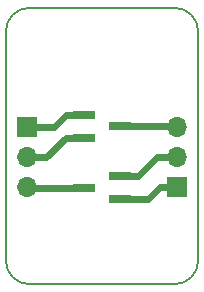
<source format=gbr>
G04 #@! TF.GenerationSoftware,KiCad,Pcbnew,5.1.4-e60b266~84~ubuntu19.04.1*
G04 #@! TF.CreationDate,2019-08-10T10:36:48+03:00*
G04 #@! TF.ProjectId,BRK-SOT-23-3,42524b2d-534f-4542-9d32-332d332e6b69,v1.1*
G04 #@! TF.SameCoordinates,Original*
G04 #@! TF.FileFunction,Copper,L1,Top*
G04 #@! TF.FilePolarity,Positive*
%FSLAX46Y46*%
G04 Gerber Fmt 4.6, Leading zero omitted, Abs format (unit mm)*
G04 Created by KiCad (PCBNEW 5.1.4-e60b266~84~ubuntu19.04.1) date 2019-08-10 10:36:48*
%MOMM*%
%LPD*%
G04 APERTURE LIST*
%ADD10C,0.150000*%
%ADD11O,1.700000X1.700000*%
%ADD12R,1.700000X1.700000*%
%ADD13R,1.900000X0.800000*%
%ADD14C,0.600000*%
G04 APERTURE END LIST*
D10*
X67300000Y-71400000D02*
G75*
G02X65300000Y-73400000I-2000000J0D01*
G01*
X53000000Y-73400000D02*
G75*
G02X51000000Y-71400000I0J2000000D01*
G01*
X65300000Y-50000000D02*
G75*
G02X67300000Y-52000000I0J-2000000D01*
G01*
X51000000Y-52000000D02*
G75*
G02X53000000Y-50000000I2000000J0D01*
G01*
X65300000Y-73400000D02*
X53000000Y-73400000D01*
X67300000Y-52000000D02*
X67300000Y-71400000D01*
X53000000Y-50000000D02*
X65300000Y-50000000D01*
X51000000Y-71400000D02*
X51000000Y-52000000D01*
D11*
X65500000Y-60100000D03*
X65500000Y-62640000D03*
D12*
X65500000Y-65180000D03*
D11*
X52800000Y-65180000D03*
X52800000Y-62640000D03*
D12*
X52800000Y-60100000D03*
D13*
X57650000Y-65230000D03*
X60650000Y-64280000D03*
X60650000Y-66180000D03*
X60650000Y-60050000D03*
X57650000Y-61000000D03*
X57650000Y-59100000D03*
D14*
X56100000Y-59100000D02*
X55100000Y-60100000D01*
X57650000Y-59100000D02*
X56100000Y-59100000D01*
X55100000Y-60100000D02*
X52800000Y-60100000D01*
X56100000Y-61000000D02*
X54450000Y-62650000D01*
X57650000Y-61000000D02*
X56100000Y-61000000D01*
X54440000Y-62640000D02*
X52800000Y-62640000D01*
X54450000Y-62650000D02*
X54440000Y-62640000D01*
X65450000Y-60050000D02*
X65500000Y-60100000D01*
X60650000Y-60050000D02*
X65450000Y-60050000D01*
X52850000Y-65230000D02*
X52800000Y-65180000D01*
X57650000Y-65230000D02*
X52850000Y-65230000D01*
X63840000Y-62640000D02*
X65500000Y-62640000D01*
X60650000Y-64280000D02*
X62200000Y-64280000D01*
X62200000Y-64280000D02*
X63840000Y-62640000D01*
X60650000Y-66180000D02*
X63070000Y-66180000D01*
X63070000Y-66180000D02*
X64050000Y-65200000D01*
X65480000Y-65200000D02*
X65500000Y-65180000D01*
X64050000Y-65200000D02*
X65480000Y-65200000D01*
M02*

</source>
